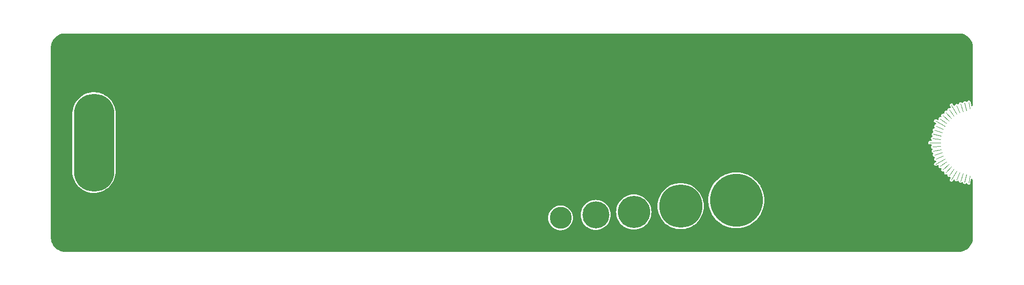
<source format=gbr>
G04 #@! TF.GenerationSoftware,KiCad,Pcbnew,7.0.9*
G04 #@! TF.CreationDate,2024-01-03T20:33:29+01:00*
G04 #@! TF.ProjectId,pcb_ruler,7063625f-7275-46c6-9572-2e6b69636164,rev?*
G04 #@! TF.SameCoordinates,Original*
G04 #@! TF.FileFunction,Copper,L2,Bot*
G04 #@! TF.FilePolarity,Positive*
%FSLAX46Y46*%
G04 Gerber Fmt 4.6, Leading zero omitted, Abs format (unit mm)*
G04 Created by KiCad (PCBNEW 7.0.9) date 2024-01-03 20:33:29*
%MOMM*%
%LPD*%
G01*
G04 APERTURE LIST*
G04 #@! TA.AperFunction,EtchedComponent*
%ADD10C,0.100000*%
G04 #@! TD*
G04 #@! TA.AperFunction,ComponentPad*
%ADD11O,7.000000X17.000000*%
G04 #@! TD*
G04 #@! TA.AperFunction,ComponentPad*
%ADD12C,3.800000*%
G04 #@! TD*
G04 #@! TA.AperFunction,ComponentPad*
%ADD13C,5.600000*%
G04 #@! TD*
G04 #@! TA.AperFunction,ComponentPad*
%ADD14C,7.500000*%
G04 #@! TD*
G04 #@! TA.AperFunction,ComponentPad*
%ADD15C,4.700000*%
G04 #@! TD*
G04 #@! TA.AperFunction,ComponentPad*
%ADD16C,9.200000*%
G04 #@! TD*
G04 APERTURE END LIST*
D10*
X258923810Y-124800000D02*
X258787326Y-126000043D01*
X258923810Y-113100000D02*
X258787326Y-111986293D01*
X258342498Y-124550826D02*
X258058987Y-125884663D01*
X258342498Y-113435527D02*
X258058987Y-112101684D01*
X257768037Y-124396910D02*
X257346622Y-125693788D01*
X257768037Y-113589405D02*
X257346622Y-112292572D01*
X257212756Y-124183784D02*
X256658180Y-125429527D01*
X257212756Y-113802552D02*
X256658180Y-112556839D01*
X256682875Y-123913783D02*
X255773783Y-125488359D01*
X256682875Y-114072591D02*
X255773783Y-112497957D01*
X256184102Y-123589863D02*
X255382578Y-124693069D01*
X256184102Y-114396446D02*
X255382578Y-113293260D01*
X255721891Y-123215585D02*
X254809465Y-124228959D01*
X255721891Y-114770718D02*
X254809465Y-113757395D01*
X255301374Y-122795047D02*
X254287986Y-123707500D01*
X255301374Y-115191300D02*
X254287986Y-114278809D01*
X254927102Y-122332875D02*
X253823909Y-123134381D01*
X254927102Y-115653511D02*
X253823909Y-114851923D01*
X254603189Y-121834090D02*
X253028586Y-122743182D01*
X254603189Y-116152283D02*
X253028586Y-115243191D01*
X254333187Y-121304190D02*
X253087444Y-121858817D01*
X254333187Y-116682165D02*
X253087444Y-116127524D01*
X254120061Y-120748953D02*
X252823158Y-121170344D01*
X254120061Y-117237382D02*
X252823158Y-116816031D01*
X253966119Y-120174467D02*
X252632282Y-120457977D01*
X253966119Y-117811842D02*
X252632282Y-117528333D01*
X253873093Y-119587050D02*
X252516928Y-119729639D01*
X253873093Y-118399259D02*
X252516928Y-118256735D01*
X253841971Y-118993154D02*
X252023782Y-118993154D01*
D11*
X107023810Y-119000000D03*
D12*
X187960000Y-132080000D03*
D13*
X200660000Y-131064000D03*
D14*
X208788000Y-130048000D03*
D15*
X194056000Y-131572000D03*
D16*
X218440000Y-129032000D03*
G04 #@! TA.AperFunction,NonConductor*
G36*
X257025710Y-100025614D02*
G01*
X257318279Y-100043313D01*
X257325819Y-100044228D01*
X257612249Y-100096719D01*
X257619632Y-100098540D01*
X257897641Y-100185172D01*
X257904751Y-100187868D01*
X258170294Y-100307380D01*
X258177019Y-100310910D01*
X258426225Y-100461562D01*
X258432477Y-100465877D01*
X258661699Y-100645462D01*
X258661703Y-100645465D01*
X258667393Y-100650506D01*
X258873302Y-100856415D01*
X258878344Y-100862107D01*
X259057920Y-101091320D01*
X259062246Y-101097587D01*
X259212890Y-101346785D01*
X259216429Y-101353527D01*
X259335932Y-101619050D01*
X259338632Y-101626170D01*
X259376373Y-101747284D01*
X259425261Y-101904174D01*
X259425262Y-101904175D01*
X259427084Y-101911568D01*
X259479570Y-102197980D01*
X259480488Y-102205539D01*
X259498194Y-102498265D01*
X259498309Y-102502078D01*
X259497116Y-112073720D01*
X259496463Y-112078292D01*
X259497054Y-112098415D01*
X259497015Y-112103145D01*
X259487282Y-112315986D01*
X259485001Y-112334770D01*
X259444892Y-112536762D01*
X259439824Y-112554992D01*
X259410086Y-112637399D01*
X259368149Y-112694685D01*
X259301897Y-112720205D01*
X259232366Y-112705855D01*
X259181630Y-112656192D01*
X259166503Y-112609955D01*
X259082209Y-111922107D01*
X259082208Y-111922104D01*
X259080007Y-111915156D01*
X259056837Y-111842005D01*
X258986516Y-111754390D01*
X258889291Y-111698094D01*
X258889290Y-111698093D01*
X258889289Y-111698093D01*
X258889287Y-111698092D01*
X258778299Y-111680720D01*
X258778298Y-111680720D01*
X258668520Y-111704618D01*
X258574792Y-111766555D01*
X258509762Y-111858173D01*
X258509762Y-111858174D01*
X258509581Y-111858892D01*
X258508893Y-111860056D01*
X258504870Y-111868773D01*
X258503988Y-111868366D01*
X258473490Y-111920030D01*
X258410074Y-111951951D01*
X258339467Y-111944519D01*
X258296430Y-111915156D01*
X258237151Y-111853263D01*
X258237150Y-111853262D01*
X258135378Y-111805677D01*
X258023290Y-111798070D01*
X258023287Y-111798070D01*
X257916023Y-111831467D01*
X257828065Y-111901357D01*
X257828064Y-111901358D01*
X257771290Y-111998306D01*
X257769904Y-112006886D01*
X257739291Y-112070944D01*
X257678906Y-112108282D01*
X257607921Y-112107047D01*
X257564133Y-112082977D01*
X257497832Y-112026882D01*
X257497830Y-112026881D01*
X257391643Y-111990199D01*
X257283529Y-111994201D01*
X257279373Y-111994355D01*
X257250271Y-112006886D01*
X257176187Y-112038785D01*
X257096017Y-112117493D01*
X257049694Y-112219841D01*
X257049693Y-112219847D01*
X257049217Y-112228426D01*
X257025472Y-112295334D01*
X256969322Y-112338783D01*
X256898597Y-112344977D01*
X256852520Y-112325610D01*
X256780812Y-112276808D01*
X256780809Y-112276807D01*
X256671368Y-112251419D01*
X256671367Y-112251419D01*
X256560149Y-112267278D01*
X256560144Y-112267279D01*
X256462167Y-112322245D01*
X256390657Y-112408895D01*
X256377892Y-112447371D01*
X256361776Y-112495941D01*
X256321342Y-112554296D01*
X256255775Y-112581527D01*
X256185895Y-112568988D01*
X256133887Y-112520658D01*
X256133068Y-112519261D01*
X256091563Y-112447371D01*
X256020104Y-112323596D01*
X256018947Y-112322246D01*
X255965438Y-112259790D01*
X255866460Y-112206638D01*
X255754967Y-112192832D01*
X255754966Y-112192832D01*
X255727566Y-112199722D01*
X255646015Y-112220232D01*
X255646013Y-112220233D01*
X255554315Y-112285143D01*
X255492258Y-112378794D01*
X255468222Y-112488539D01*
X255485455Y-112599557D01*
X255611949Y-112818657D01*
X255628686Y-112887653D01*
X255605465Y-112954744D01*
X255549657Y-112998631D01*
X255478982Y-113005379D01*
X255455151Y-112998287D01*
X255444295Y-112993849D01*
X255399361Y-112993019D01*
X255331965Y-112991774D01*
X255331964Y-112991774D01*
X255331962Y-112991774D01*
X255226476Y-113030415D01*
X255226472Y-113030417D01*
X255142065Y-113104556D01*
X255090139Y-113204180D01*
X255090138Y-113204183D01*
X255077708Y-113315835D01*
X255077708Y-113315842D01*
X255079929Y-113324231D01*
X255078022Y-113395202D01*
X255038047Y-113453875D01*
X254972697Y-113481622D01*
X254922898Y-113477444D01*
X254839544Y-113453173D01*
X254839542Y-113453173D01*
X254783577Y-113458012D01*
X254727611Y-113462852D01*
X254626740Y-113512308D01*
X254626739Y-113512308D01*
X254550544Y-113594866D01*
X254550543Y-113594867D01*
X254550543Y-113594868D01*
X254543052Y-113613858D01*
X254509316Y-113699376D01*
X254508625Y-113811723D01*
X254511676Y-113819743D01*
X254517199Y-113890524D01*
X254483578Y-113953055D01*
X254421487Y-113987483D01*
X254371518Y-113988533D01*
X254286109Y-113973110D01*
X254286106Y-113973110D01*
X254175804Y-113994431D01*
X254175803Y-113994432D01*
X254080650Y-114054158D01*
X254013498Y-114144227D01*
X254013497Y-114144229D01*
X253983418Y-114252470D01*
X253994470Y-114364273D01*
X253994471Y-114364276D01*
X253998374Y-114371995D01*
X254011261Y-114441812D01*
X253984357Y-114507513D01*
X253926203Y-114548239D01*
X253876621Y-114554505D01*
X253801124Y-114548911D01*
X253790095Y-114548094D01*
X253790094Y-114548094D01*
X253682622Y-114580826D01*
X253682619Y-114580827D01*
X253594230Y-114650172D01*
X253536860Y-114746763D01*
X253536858Y-114746767D01*
X253518256Y-114857552D01*
X253518256Y-114857559D01*
X253536186Y-114944564D01*
X253536778Y-114947434D01*
X253530937Y-115018190D01*
X253487770Y-115074556D01*
X253420981Y-115098636D01*
X253351777Y-115082785D01*
X253350371Y-115081985D01*
X253154723Y-114969028D01*
X253115100Y-114955066D01*
X253075478Y-114941104D01*
X253075477Y-114941104D01*
X253075474Y-114941103D01*
X252963189Y-114944563D01*
X252963182Y-114944564D01*
X252859722Y-114988355D01*
X252859721Y-114988356D01*
X252779072Y-115066559D01*
X252779070Y-115066562D01*
X252732114Y-115168625D01*
X252725197Y-115280756D01*
X252725198Y-115280758D01*
X252725198Y-115280759D01*
X252759256Y-115387819D01*
X252759257Y-115387820D01*
X252829690Y-115475347D01*
X252829692Y-115475348D01*
X253048754Y-115601823D01*
X253097748Y-115653205D01*
X253111185Y-115722918D01*
X253084798Y-115788830D01*
X253026966Y-115830012D01*
X253002779Y-115835787D01*
X252991186Y-115837367D01*
X252892869Y-115891735D01*
X252820834Y-115977941D01*
X252820831Y-115977945D01*
X252784802Y-116084352D01*
X252784802Y-116084355D01*
X252789644Y-116196595D01*
X252789644Y-116196597D01*
X252789645Y-116196598D01*
X252834707Y-116299512D01*
X252840820Y-116305663D01*
X252874655Y-116368078D01*
X252869373Y-116438878D01*
X252826653Y-116495584D01*
X252781435Y-116516866D01*
X252697090Y-116537529D01*
X252604999Y-116601876D01*
X252542369Y-116695145D01*
X252542369Y-116695146D01*
X252517660Y-116804742D01*
X252534212Y-116915860D01*
X252534212Y-116915861D01*
X252534213Y-116915863D01*
X252589788Y-117013501D01*
X252589792Y-117013504D01*
X252596450Y-117018930D01*
X252636625Y-117077467D01*
X252638774Y-117148431D01*
X252602217Y-117209292D01*
X252559468Y-117235186D01*
X252477800Y-117264531D01*
X252392935Y-117338152D01*
X252340397Y-117437453D01*
X252340396Y-117437458D01*
X252328033Y-117542616D01*
X252327279Y-117549033D01*
X252353434Y-117650380D01*
X252355353Y-117657815D01*
X252355354Y-117657817D01*
X252420826Y-117749109D01*
X252420827Y-117749110D01*
X252428082Y-117753853D01*
X252474153Y-117807871D01*
X252483707Y-117878221D01*
X252453710Y-117942570D01*
X252413905Y-117972788D01*
X252335717Y-118010527D01*
X252259012Y-118092616D01*
X252217141Y-118196867D01*
X252215758Y-118309202D01*
X252215759Y-118309204D01*
X252215759Y-118309205D01*
X252255051Y-118414456D01*
X252255053Y-118414458D01*
X252315938Y-118482921D01*
X252346261Y-118547117D01*
X252337064Y-118617515D01*
X252291266Y-118671765D01*
X252223409Y-118692644D01*
X252221785Y-118692654D01*
X251995938Y-118692654D01*
X251995935Y-118692654D01*
X251995927Y-118692655D01*
X251913351Y-118708092D01*
X251817830Y-118767235D01*
X251750125Y-118856891D01*
X251719381Y-118964947D01*
X251719380Y-118964948D01*
X251729746Y-119076811D01*
X251729747Y-119076816D01*
X251779822Y-119177378D01*
X251779824Y-119177382D01*
X251862849Y-119253070D01*
X251967609Y-119293654D01*
X252220653Y-119293654D01*
X252288774Y-119313656D01*
X252335267Y-119367312D01*
X252345371Y-119437586D01*
X252315877Y-119502166D01*
X252297820Y-119519259D01*
X252288482Y-119526492D01*
X252288479Y-119526496D01*
X252230525Y-119622734D01*
X252230523Y-119622740D01*
X252211245Y-119733414D01*
X252233252Y-119843584D01*
X252233252Y-119843585D01*
X252233253Y-119843586D01*
X252293571Y-119938367D01*
X252384055Y-120004958D01*
X252384057Y-120004958D01*
X252384058Y-120004959D01*
X252387076Y-120005777D01*
X252392334Y-120007203D01*
X252452846Y-120044335D01*
X252483676Y-120108288D01*
X252475037Y-120178757D01*
X252446513Y-120219807D01*
X252383860Y-120279814D01*
X252336275Y-120381586D01*
X252328668Y-120493673D01*
X252328668Y-120493676D01*
X252362065Y-120600940D01*
X252362066Y-120600941D01*
X252431957Y-120688900D01*
X252472130Y-120712425D01*
X252528903Y-120745673D01*
X252534469Y-120746572D01*
X252537466Y-120747056D01*
X252601526Y-120777662D01*
X252638870Y-120838044D01*
X252637642Y-120909029D01*
X252613566Y-120952831D01*
X252557474Y-121019122D01*
X252557471Y-121019128D01*
X252520788Y-121125309D01*
X252520788Y-121125312D01*
X252524938Y-121237577D01*
X252524938Y-121237580D01*
X252524939Y-121237583D01*
X252524940Y-121237585D01*
X252569365Y-121340768D01*
X252569366Y-121340769D01*
X252569367Y-121340771D01*
X252648070Y-121420943D01*
X252750420Y-121467270D01*
X252759051Y-121467749D01*
X252825955Y-121491490D01*
X252869406Y-121547637D01*
X252875603Y-121618363D01*
X252856238Y-121664441D01*
X252807408Y-121736194D01*
X252807408Y-121736195D01*
X252782023Y-121845634D01*
X252782023Y-121845636D01*
X252782023Y-121845637D01*
X252797886Y-121956857D01*
X252852855Y-122054837D01*
X252939507Y-122126343D01*
X252939509Y-122126343D01*
X252939510Y-122126344D01*
X253026520Y-122155211D01*
X253084877Y-122195645D01*
X253112110Y-122261211D01*
X253099572Y-122331092D01*
X253051244Y-122383101D01*
X253049845Y-122383920D01*
X252854227Y-122496859D01*
X252854225Y-122496861D01*
X252790419Y-122551527D01*
X252790414Y-122551533D01*
X252737267Y-122650503D01*
X252737267Y-122650505D01*
X252737267Y-122650506D01*
X252723461Y-122762001D01*
X252734474Y-122805789D01*
X252750862Y-122870953D01*
X252750863Y-122870954D01*
X252815774Y-122962651D01*
X252863029Y-122993964D01*
X252909421Y-123024705D01*
X252909422Y-123024705D01*
X252909425Y-123024707D01*
X253019171Y-123048742D01*
X253130188Y-123031509D01*
X253349312Y-122904998D01*
X253418304Y-122888261D01*
X253485396Y-122911481D01*
X253529283Y-122967288D01*
X253536032Y-123037964D01*
X253528941Y-123061793D01*
X253524499Y-123072657D01*
X253524498Y-123072666D01*
X253522421Y-123184990D01*
X253522422Y-123184992D01*
X253561062Y-123290482D01*
X253635201Y-123374892D01*
X253635202Y-123374893D01*
X253703535Y-123410509D01*
X253734827Y-123426819D01*
X253846484Y-123439252D01*
X253854819Y-123437046D01*
X253925789Y-123438953D01*
X253984463Y-123478926D01*
X254012211Y-123544276D01*
X254008032Y-123594079D01*
X253983765Y-123677414D01*
X253983765Y-123677416D01*
X253983765Y-123677417D01*
X253993441Y-123789347D01*
X254019357Y-123842207D01*
X254042897Y-123890222D01*
X254114431Y-123956245D01*
X254125454Y-123966419D01*
X254229962Y-124007648D01*
X254342306Y-124008341D01*
X254350401Y-124005261D01*
X254421183Y-123999740D01*
X254483713Y-124033363D01*
X254518139Y-124095454D01*
X254519189Y-124145418D01*
X254503765Y-124230841D01*
X254503766Y-124230848D01*
X254525090Y-124341149D01*
X254525091Y-124341150D01*
X254584819Y-124436299D01*
X254584820Y-124436300D01*
X254584821Y-124436301D01*
X254674892Y-124503451D01*
X254783137Y-124533528D01*
X254894938Y-124522472D01*
X254902643Y-124518575D01*
X254972457Y-124505682D01*
X255038160Y-124532581D01*
X255078892Y-124590731D01*
X255085161Y-124640320D01*
X255079984Y-124710229D01*
X255078750Y-124726896D01*
X255111487Y-124834368D01*
X255180836Y-124922755D01*
X255180838Y-124922756D01*
X255180840Y-124922758D01*
X255277426Y-124980121D01*
X255277428Y-124980121D01*
X255277431Y-124980123D01*
X255388227Y-124998722D01*
X255388232Y-124998721D01*
X255477992Y-124980219D01*
X255548748Y-124986056D01*
X255605116Y-125029220D01*
X255629200Y-125096007D01*
X255613352Y-125165213D01*
X255612549Y-125166624D01*
X255499620Y-125362221D01*
X255471697Y-125441464D01*
X255471696Y-125441469D01*
X255475154Y-125553753D01*
X255475155Y-125553759D01*
X255518945Y-125657218D01*
X255518946Y-125657219D01*
X255597153Y-125737874D01*
X255699216Y-125784830D01*
X255811349Y-125791747D01*
X255918409Y-125757690D01*
X256005936Y-125687257D01*
X256132468Y-125468098D01*
X256183848Y-125419108D01*
X256253562Y-125405672D01*
X256319473Y-125432058D01*
X256360655Y-125489890D01*
X256366428Y-125514068D01*
X256368027Y-125525794D01*
X256368028Y-125525796D01*
X256422399Y-125624111D01*
X256422400Y-125624113D01*
X256508610Y-125696144D01*
X256508612Y-125696145D01*
X256615025Y-125732171D01*
X256727267Y-125727323D01*
X256830179Y-125682257D01*
X256836269Y-125676203D01*
X256898682Y-125642366D01*
X256969483Y-125647643D01*
X257026190Y-125690360D01*
X257047478Y-125735590D01*
X257068113Y-125819838D01*
X257110327Y-125880261D01*
X257132458Y-125911937D01*
X257225724Y-125974571D01*
X257335318Y-125999284D01*
X257446439Y-125982738D01*
X257544080Y-125927167D01*
X257549566Y-125920434D01*
X257608103Y-125880261D01*
X257679067Y-125878113D01*
X257739927Y-125914672D01*
X257765820Y-125957420D01*
X257786708Y-126015551D01*
X257795186Y-126039144D01*
X257868805Y-126124009D01*
X257868806Y-126124010D01*
X257967060Y-126175993D01*
X257968109Y-126176548D01*
X258079687Y-126189666D01*
X258188468Y-126161593D01*
X258279764Y-126096118D01*
X258284622Y-126088688D01*
X258338639Y-126042616D01*
X258408990Y-126033061D01*
X258473338Y-126063059D01*
X258504021Y-126103836D01*
X258539579Y-126179144D01*
X258539582Y-126179147D01*
X258621010Y-126256547D01*
X258621011Y-126256548D01*
X258724901Y-126299307D01*
X258837223Y-126301648D01*
X258942806Y-126263257D01*
X259027391Y-126189317D01*
X259079553Y-126089814D01*
X259146191Y-125503896D01*
X259157595Y-125403624D01*
X259185167Y-125338199D01*
X259243733Y-125298068D01*
X259314698Y-125295970D01*
X259375533Y-125332572D01*
X259401621Y-125375972D01*
X259440872Y-125487318D01*
X259445710Y-125505095D01*
X259485974Y-125711605D01*
X259488169Y-125729898D01*
X259498210Y-125947069D01*
X259498254Y-125951674D01*
X259497697Y-125972357D01*
X259498310Y-125976582D01*
X259498310Y-135498097D01*
X259498195Y-135501902D01*
X259480498Y-135794461D01*
X259479580Y-135802020D01*
X259427094Y-136088434D01*
X259425271Y-136095828D01*
X259338641Y-136373832D01*
X259335941Y-136380952D01*
X259216438Y-136646477D01*
X259212899Y-136653219D01*
X259062257Y-136902414D01*
X259057931Y-136908682D01*
X258878351Y-137137898D01*
X258873302Y-137143597D01*
X258667406Y-137349495D01*
X258661706Y-137354545D01*
X258432487Y-137534127D01*
X258426220Y-137538453D01*
X258177031Y-137689094D01*
X258170288Y-137692633D01*
X257904763Y-137812136D01*
X257897644Y-137814836D01*
X257619636Y-137901468D01*
X257612243Y-137903291D01*
X257325828Y-137955779D01*
X257318269Y-137956697D01*
X257060984Y-137972261D01*
X257025875Y-137974385D01*
X257022072Y-137974500D01*
X102025711Y-137974500D01*
X102021911Y-137974385D01*
X101867793Y-137965063D01*
X101729346Y-137956689D01*
X101721787Y-137955771D01*
X101502339Y-137915557D01*
X101435374Y-137903285D01*
X101427983Y-137901464D01*
X101149982Y-137814835D01*
X101142862Y-137812135D01*
X100877324Y-137692627D01*
X100870582Y-137689088D01*
X100621389Y-137538447D01*
X100615122Y-137534121D01*
X100385913Y-137354548D01*
X100380213Y-137349499D01*
X100174311Y-137143597D01*
X100169261Y-137137898D01*
X100108524Y-137060373D01*
X99989676Y-136908675D01*
X99985361Y-136902423D01*
X99834708Y-136653215D01*
X99831178Y-136646490D01*
X99711665Y-136380943D01*
X99708969Y-136373833D01*
X99622339Y-136095828D01*
X99620520Y-136088450D01*
X99568028Y-135802013D01*
X99567112Y-135794471D01*
X99549424Y-135502065D01*
X99549310Y-135498262D01*
X99549310Y-132080004D01*
X185804475Y-132080004D01*
X185824550Y-132373497D01*
X185824551Y-132373503D01*
X185824552Y-132373511D01*
X185827908Y-132389660D01*
X185884406Y-132661547D01*
X185884408Y-132661555D01*
X185982930Y-132938770D01*
X186058276Y-133084178D01*
X186118278Y-133199976D01*
X186118283Y-133199983D01*
X186244154Y-133378303D01*
X186287935Y-133440326D01*
X186488740Y-133655335D01*
X186488749Y-133655342D01*
X186488753Y-133655346D01*
X186716943Y-133840993D01*
X186716945Y-133840994D01*
X186716951Y-133840999D01*
X186892665Y-133947853D01*
X186968320Y-133993860D01*
X187080771Y-134042704D01*
X187238159Y-134111067D01*
X187521445Y-134190440D01*
X187611357Y-134202798D01*
X187812888Y-134230499D01*
X187812902Y-134230500D01*
X188107098Y-134230500D01*
X188107111Y-134230499D01*
X188278672Y-134206917D01*
X188398555Y-134190440D01*
X188681841Y-134111067D01*
X188951682Y-133993859D01*
X189203049Y-133840999D01*
X189431260Y-133655335D01*
X189632065Y-133440326D01*
X189801722Y-133199976D01*
X189937072Y-132938764D01*
X190035592Y-132661554D01*
X190095448Y-132373511D01*
X190115525Y-132080000D01*
X190115053Y-132073104D01*
X190095449Y-131786502D01*
X190095448Y-131786496D01*
X190095448Y-131786489D01*
X190050877Y-131572001D01*
X191450747Y-131572001D01*
X191469741Y-131886026D01*
X191469742Y-131886029D01*
X191526450Y-132195475D01*
X191620048Y-132495842D01*
X191749157Y-132782710D01*
X191749160Y-132782716D01*
X191911918Y-133051951D01*
X192105934Y-133299596D01*
X192105946Y-133299609D01*
X192328390Y-133522053D01*
X192328403Y-133522065D01*
X192492983Y-133651004D01*
X192576048Y-133716081D01*
X192845279Y-133878837D01*
X192845281Y-133878838D01*
X192845283Y-133878839D01*
X192845289Y-133878842D01*
X193132157Y-134007951D01*
X193132161Y-134007952D01*
X193132165Y-134007954D01*
X193432522Y-134101549D01*
X193741971Y-134158258D01*
X193951323Y-134170921D01*
X194055999Y-134177253D01*
X194056000Y-134177253D01*
X194056001Y-134177253D01*
X194134507Y-134172504D01*
X194370029Y-134158258D01*
X194679478Y-134101549D01*
X194979835Y-134007954D01*
X195113379Y-133947851D01*
X195266710Y-133878842D01*
X195266710Y-133878841D01*
X195266721Y-133878837D01*
X195535952Y-133716081D01*
X195783602Y-133522060D01*
X196006060Y-133299602D01*
X196200081Y-133051952D01*
X196362837Y-132782721D01*
X196404788Y-132689510D01*
X196491951Y-132495842D01*
X196491951Y-132495840D01*
X196491954Y-132495835D01*
X196585549Y-132195478D01*
X196642258Y-131886029D01*
X196661253Y-131572000D01*
X196642258Y-131257971D01*
X196606711Y-131064000D01*
X197604693Y-131064000D01*
X197623903Y-131406082D01*
X197681294Y-131743863D01*
X197776148Y-132073108D01*
X197907259Y-132389637D01*
X197907264Y-132389648D01*
X197907271Y-132389660D01*
X198072991Y-132689510D01*
X198072995Y-132689517D01*
X198271262Y-132968949D01*
X198271267Y-132968956D01*
X198370000Y-133079438D01*
X198499572Y-133224428D01*
X198592684Y-133307638D01*
X198755043Y-133452732D01*
X198755046Y-133452734D01*
X198755047Y-133452735D01*
X198934944Y-133580378D01*
X199034482Y-133651004D01*
X199034489Y-133651008D01*
X199144620Y-133711874D01*
X199334352Y-133816736D01*
X199650896Y-133947853D01*
X199980130Y-134042704D01*
X200317914Y-134100096D01*
X200660000Y-134119307D01*
X201002086Y-134100096D01*
X201339870Y-134042704D01*
X201669104Y-133947853D01*
X201985648Y-133816736D01*
X202285521Y-133651002D01*
X202564953Y-133452735D01*
X202820428Y-133224428D01*
X203048735Y-132968953D01*
X203247002Y-132689521D01*
X203412736Y-132389648D01*
X203543853Y-132073104D01*
X203638704Y-131743870D01*
X203696096Y-131406086D01*
X203715307Y-131064000D01*
X203696096Y-130721914D01*
X203638704Y-130384130D01*
X203543853Y-130054896D01*
X203540998Y-130048003D01*
X204782675Y-130048003D01*
X204801962Y-130440587D01*
X204801963Y-130440601D01*
X204846087Y-130738061D01*
X204859636Y-130829400D01*
X204931174Y-131114995D01*
X204955144Y-131210689D01*
X205066646Y-131522315D01*
X205087562Y-131580772D01*
X205255619Y-131936097D01*
X205255621Y-131936100D01*
X205457696Y-132273243D01*
X205691834Y-132588942D01*
X205691841Y-132588950D01*
X205691842Y-132588951D01*
X205955808Y-132880192D01*
X206247049Y-133144158D01*
X206247057Y-133144165D01*
X206562756Y-133378303D01*
X206562760Y-133378305D01*
X206562761Y-133378306D01*
X206899903Y-133580381D01*
X207255228Y-133748438D01*
X207625316Y-133880857D01*
X208006600Y-133976364D01*
X208395409Y-134034038D01*
X208730590Y-134050504D01*
X208787996Y-134053325D01*
X208788000Y-134053325D01*
X208788004Y-134053325D01*
X208843384Y-134050604D01*
X209180591Y-134034038D01*
X209569400Y-133976364D01*
X209950684Y-133880857D01*
X210320772Y-133748438D01*
X210676097Y-133580381D01*
X211013239Y-133378306D01*
X211119367Y-133299596D01*
X211328942Y-133144165D01*
X211328943Y-133144163D01*
X211328951Y-133144158D01*
X211620192Y-132880192D01*
X211884158Y-132588951D01*
X211953213Y-132495842D01*
X212118303Y-132273243D01*
X212118302Y-132273243D01*
X212118306Y-132273239D01*
X212320381Y-131936097D01*
X212488438Y-131580772D01*
X212620857Y-131210684D01*
X212716364Y-130829400D01*
X212774038Y-130440591D01*
X212792986Y-130054896D01*
X212793325Y-130048003D01*
X212793325Y-130047996D01*
X212786003Y-129898963D01*
X212774038Y-129655409D01*
X212716364Y-129266600D01*
X212657600Y-129032002D01*
X213584611Y-129032002D01*
X213604156Y-129467224D01*
X213604156Y-129467232D01*
X213604157Y-129467234D01*
X213625114Y-129621946D01*
X213662639Y-129898963D01*
X213662640Y-129898968D01*
X213758509Y-130319001D01*
X213759585Y-130323712D01*
X213888970Y-130721917D01*
X213894218Y-130738067D01*
X214065443Y-131138667D01*
X214065447Y-131138676D01*
X214271890Y-131522315D01*
X214271900Y-131522331D01*
X214511907Y-131885925D01*
X214783542Y-132226545D01*
X215041009Y-132495835D01*
X215084622Y-132541450D01*
X215412714Y-132828096D01*
X215765181Y-133084178D01*
X215765193Y-133084185D01*
X215765206Y-133084194D01*
X216139158Y-133307620D01*
X216139171Y-133307627D01*
X216139183Y-133307634D01*
X216531711Y-133496665D01*
X216939602Y-133649749D01*
X217359574Y-133765654D01*
X217788245Y-133843447D01*
X218222164Y-133882500D01*
X218222170Y-133882500D01*
X218657830Y-133882500D01*
X218657836Y-133882500D01*
X219091755Y-133843447D01*
X219520426Y-133765654D01*
X219940398Y-133649749D01*
X220348289Y-133496665D01*
X220740817Y-133307634D01*
X220740836Y-133307622D01*
X220740841Y-133307620D01*
X221114793Y-133084194D01*
X221114798Y-133084190D01*
X221114819Y-133084178D01*
X221467286Y-132828096D01*
X221795378Y-132541450D01*
X222096455Y-132226548D01*
X222368092Y-131885926D01*
X222608103Y-131522326D01*
X222814554Y-131138674D01*
X222985784Y-130738061D01*
X223120415Y-130323712D01*
X223217361Y-129898963D01*
X223275843Y-129467234D01*
X223295389Y-129032000D01*
X223275843Y-128596766D01*
X223217361Y-128165037D01*
X223120415Y-127740288D01*
X222985784Y-127325939D01*
X222814554Y-126925326D01*
X222650852Y-126621115D01*
X222608109Y-126541684D01*
X222608099Y-126541668D01*
X222590905Y-126515621D01*
X222368092Y-126178074D01*
X222321489Y-126119636D01*
X222096457Y-125837454D01*
X221795385Y-125522557D01*
X221795383Y-125522555D01*
X221795378Y-125522550D01*
X221467286Y-125235904D01*
X221467284Y-125235902D01*
X221249550Y-125077710D01*
X221114819Y-124979822D01*
X221114809Y-124979816D01*
X221114793Y-124979805D01*
X220740841Y-124756379D01*
X220740821Y-124756368D01*
X220740817Y-124756366D01*
X220679620Y-124726895D01*
X220348290Y-124567335D01*
X219940390Y-124414248D01*
X219520432Y-124298347D01*
X219091761Y-124220554D01*
X219091760Y-124220553D01*
X219091755Y-124220553D01*
X218657836Y-124181500D01*
X218222164Y-124181500D01*
X217788245Y-124220553D01*
X217788240Y-124220553D01*
X217788238Y-124220554D01*
X217359567Y-124298347D01*
X216939609Y-124414248D01*
X216531709Y-124567335D01*
X216139192Y-124756361D01*
X216139158Y-124756379D01*
X215765206Y-124979805D01*
X215765171Y-124979829D01*
X215412715Y-125235902D01*
X215084614Y-125522557D01*
X214783542Y-125837454D01*
X214511907Y-126178074D01*
X214271900Y-126541668D01*
X214271890Y-126541684D01*
X214065447Y-126925323D01*
X214065443Y-126925332D01*
X213894218Y-127325932D01*
X213759584Y-127740290D01*
X213662640Y-128165031D01*
X213662639Y-128165036D01*
X213604157Y-128596766D01*
X213604156Y-128596775D01*
X213584611Y-129031997D01*
X213584611Y-129032002D01*
X212657600Y-129032002D01*
X212620857Y-128885316D01*
X212488438Y-128515228D01*
X212320381Y-128159903D01*
X212118306Y-127822761D01*
X212118305Y-127822760D01*
X212118303Y-127822756D01*
X211884165Y-127507057D01*
X211858545Y-127478790D01*
X211620192Y-127215808D01*
X211328951Y-126951842D01*
X211328950Y-126951841D01*
X211328942Y-126951834D01*
X211013243Y-126717696D01*
X210676100Y-126515621D01*
X210676101Y-126515621D01*
X210676097Y-126515619D01*
X210320772Y-126347562D01*
X210273604Y-126330685D01*
X209950689Y-126215144D01*
X209806968Y-126179144D01*
X209569400Y-126119636D01*
X209540816Y-126115396D01*
X209180601Y-126061963D01*
X209180594Y-126061962D01*
X209180591Y-126061962D01*
X208984295Y-126052318D01*
X208788004Y-126042675D01*
X208787996Y-126042675D01*
X208563662Y-126053696D01*
X208395409Y-126061962D01*
X208395406Y-126061962D01*
X208395398Y-126061963D01*
X208006606Y-126119635D01*
X208006604Y-126119635D01*
X208006600Y-126119636D01*
X207839111Y-126161590D01*
X207625310Y-126215144D01*
X207255230Y-126347561D01*
X206899899Y-126515621D01*
X206562756Y-126717696D01*
X206247057Y-126951834D01*
X205955808Y-127215808D01*
X205691834Y-127507057D01*
X205457696Y-127822756D01*
X205255621Y-128159899D01*
X205087561Y-128515230D01*
X204955144Y-128885310D01*
X204918401Y-129031997D01*
X204859636Y-129266600D01*
X204859635Y-129266604D01*
X204859635Y-129266606D01*
X204801963Y-129655398D01*
X204801962Y-129655412D01*
X204782675Y-130047996D01*
X204782675Y-130048003D01*
X203540998Y-130048003D01*
X203412736Y-129738352D01*
X203307874Y-129548620D01*
X203247008Y-129438489D01*
X203247004Y-129438482D01*
X203239509Y-129427918D01*
X203048735Y-129159047D01*
X203048734Y-129159046D01*
X203048732Y-129159043D01*
X202935200Y-129032002D01*
X202820428Y-128903572D01*
X202675438Y-128774000D01*
X202564956Y-128675267D01*
X202564949Y-128675262D01*
X202285517Y-128476995D01*
X202285510Y-128476991D01*
X202071269Y-128358585D01*
X201985648Y-128311264D01*
X201985641Y-128311261D01*
X201985637Y-128311259D01*
X201669108Y-128180148D01*
X201339863Y-128085294D01*
X201002082Y-128027903D01*
X200660000Y-128008693D01*
X200317917Y-128027903D01*
X199980136Y-128085294D01*
X199650891Y-128180148D01*
X199334362Y-128311259D01*
X199334339Y-128311271D01*
X199034489Y-128476991D01*
X199034482Y-128476995D01*
X198755050Y-128675262D01*
X198755043Y-128675267D01*
X198499572Y-128903572D01*
X198271267Y-129159043D01*
X198271262Y-129159050D01*
X198072995Y-129438482D01*
X198072991Y-129438489D01*
X197907271Y-129738339D01*
X197907259Y-129738362D01*
X197776148Y-130054891D01*
X197681294Y-130384136D01*
X197623903Y-130721917D01*
X197604693Y-131064000D01*
X196606711Y-131064000D01*
X196585549Y-130948522D01*
X196491954Y-130648165D01*
X196491952Y-130648161D01*
X196491951Y-130648157D01*
X196362842Y-130361289D01*
X196362839Y-130361283D01*
X196200081Y-130092048D01*
X196006065Y-129844403D01*
X196006053Y-129844390D01*
X195783609Y-129621946D01*
X195783596Y-129621934D01*
X195535951Y-129427918D01*
X195266716Y-129265160D01*
X195266710Y-129265157D01*
X194979842Y-129136048D01*
X194679475Y-129042450D01*
X194370029Y-128985742D01*
X194370026Y-128985741D01*
X194056001Y-128966747D01*
X194055999Y-128966747D01*
X193741973Y-128985741D01*
X193741970Y-128985742D01*
X193432524Y-129042450D01*
X193132157Y-129136048D01*
X192845289Y-129265157D01*
X192845283Y-129265160D01*
X192576048Y-129427918D01*
X192328403Y-129621934D01*
X192328390Y-129621946D01*
X192105946Y-129844390D01*
X192105934Y-129844403D01*
X191911918Y-130092048D01*
X191749160Y-130361283D01*
X191749157Y-130361289D01*
X191620048Y-130648157D01*
X191526450Y-130948524D01*
X191469742Y-131257970D01*
X191469741Y-131257973D01*
X191450747Y-131571998D01*
X191450747Y-131572001D01*
X190050877Y-131572001D01*
X190035592Y-131498446D01*
X189937072Y-131221236D01*
X189937070Y-131221232D01*
X189937069Y-131221229D01*
X189855598Y-131064000D01*
X189801722Y-130960024D01*
X189632065Y-130719674D01*
X189431260Y-130504665D01*
X189431250Y-130504657D01*
X189431246Y-130504653D01*
X189203056Y-130319006D01*
X189203052Y-130319003D01*
X189203049Y-130319001D01*
X188951682Y-130166141D01*
X188951683Y-130166141D01*
X188951679Y-130166139D01*
X188681847Y-130048935D01*
X188681843Y-130048933D01*
X188681841Y-130048933D01*
X188398555Y-129969560D01*
X188398554Y-129969559D01*
X188398551Y-129969559D01*
X188107111Y-129929500D01*
X188107098Y-129929500D01*
X187812902Y-129929500D01*
X187812888Y-129929500D01*
X187521448Y-129969559D01*
X187238152Y-130048935D01*
X186968320Y-130166139D01*
X186716943Y-130319006D01*
X186488753Y-130504653D01*
X186488737Y-130504668D01*
X186287932Y-130719677D01*
X186118283Y-130960016D01*
X186118275Y-130960029D01*
X185982930Y-131221229D01*
X185884408Y-131498444D01*
X185884406Y-131498452D01*
X185869123Y-131572000D01*
X185833409Y-131743870D01*
X185824551Y-131786496D01*
X185824550Y-131786502D01*
X185804475Y-132079995D01*
X185804475Y-132080004D01*
X99549310Y-132080004D01*
X99549310Y-124096589D01*
X103273310Y-124096589D01*
X103275827Y-124145418D01*
X103288235Y-124386143D01*
X103288236Y-124386149D01*
X103347737Y-124768189D01*
X103446206Y-125142093D01*
X103446207Y-125142095D01*
X103582594Y-125503881D01*
X103582603Y-125503901D01*
X103746721Y-125832246D01*
X103755472Y-125849754D01*
X103795024Y-125911936D01*
X103962980Y-126175993D01*
X103962991Y-126176008D01*
X104060578Y-126299306D01*
X104202950Y-126479187D01*
X104472813Y-126756091D01*
X104675676Y-126925326D01*
X104769719Y-127003780D01*
X105090508Y-127219622D01*
X105090511Y-127219623D01*
X105090516Y-127219627D01*
X105269414Y-127314880D01*
X105431798Y-127401341D01*
X105431800Y-127401341D01*
X105431808Y-127401346D01*
X105789976Y-127547009D01*
X106161223Y-127655074D01*
X106541613Y-127724394D01*
X106927114Y-127754234D01*
X107313641Y-127744278D01*
X107697095Y-127694633D01*
X108073412Y-127605823D01*
X108438604Y-127478790D01*
X108788798Y-127314882D01*
X109120283Y-127115835D01*
X109429544Y-126883759D01*
X109713305Y-126621115D01*
X109968555Y-126330686D01*
X110192591Y-126015551D01*
X110383037Y-125679051D01*
X110537875Y-125324753D01*
X110655462Y-124956412D01*
X110734553Y-124577933D01*
X110766612Y-124267797D01*
X110774310Y-124193330D01*
X110774310Y-113903420D01*
X110773645Y-113890524D01*
X110759384Y-113613858D01*
X110756426Y-113594868D01*
X110712969Y-113315835D01*
X110699882Y-113231809D01*
X110601412Y-112857903D01*
X110539881Y-112694685D01*
X110465025Y-112496118D01*
X110465016Y-112496098D01*
X110384379Y-112334770D01*
X110292148Y-112150246D01*
X110166020Y-111951951D01*
X110084639Y-111824006D01*
X110084628Y-111823991D01*
X109844671Y-111520814D01*
X109837979Y-111513947D01*
X109574807Y-111243909D01*
X109277902Y-110996221D01*
X109277900Y-110996219D01*
X108957111Y-110780377D01*
X108957089Y-110780365D01*
X108615821Y-110598658D01*
X108615815Y-110598655D01*
X108615812Y-110598654D01*
X108257644Y-110452991D01*
X108257636Y-110452988D01*
X108257631Y-110452987D01*
X107886397Y-110344926D01*
X107506007Y-110275606D01*
X107505997Y-110275605D01*
X107505988Y-110275604D01*
X107120505Y-110245765D01*
X106733982Y-110255721D01*
X106733979Y-110255721D01*
X106350517Y-110305368D01*
X106350516Y-110305368D01*
X105974215Y-110394175D01*
X105974211Y-110394176D01*
X105974208Y-110394177D01*
X105609016Y-110521210D01*
X105258822Y-110685118D01*
X104927337Y-110884165D01*
X104927334Y-110884167D01*
X104618075Y-111116241D01*
X104334315Y-111378884D01*
X104079065Y-111669314D01*
X103878133Y-111951951D01*
X103855029Y-111984449D01*
X103799266Y-112082977D01*
X103664585Y-112320945D01*
X103664581Y-112320952D01*
X103509744Y-112675249D01*
X103509743Y-112675250D01*
X103392159Y-113043581D01*
X103392159Y-113043584D01*
X103392158Y-113043588D01*
X103381602Y-113094103D01*
X103313067Y-113422063D01*
X103275806Y-113782530D01*
X103273310Y-113806673D01*
X103273310Y-124096589D01*
X99549310Y-124096589D01*
X99549310Y-102501902D01*
X99549425Y-102498097D01*
X99549618Y-102494904D01*
X99567122Y-102205527D01*
X99568037Y-102197989D01*
X99620530Y-101911547D01*
X99622343Y-101904193D01*
X99708980Y-101626164D01*
X99711671Y-101619065D01*
X99831190Y-101353506D01*
X99834713Y-101346794D01*
X99985374Y-101097573D01*
X99989678Y-101091337D01*
X100169276Y-100862098D01*
X100174311Y-100856415D01*
X100380224Y-100650503D01*
X100385912Y-100645465D01*
X100615138Y-100465877D01*
X100621387Y-100461563D01*
X100870586Y-100310920D01*
X100877328Y-100307381D01*
X101142866Y-100187873D01*
X101149983Y-100185174D01*
X101427991Y-100098543D01*
X101435369Y-100096725D01*
X101721799Y-100044236D01*
X101729339Y-100043321D01*
X101960621Y-100029331D01*
X102022077Y-100025615D01*
X102025881Y-100025500D01*
X102032095Y-100025500D01*
X257015525Y-100025500D01*
X257021907Y-100025500D01*
X257025710Y-100025614D01*
G37*
G04 #@! TD.AperFunction*
M02*

</source>
